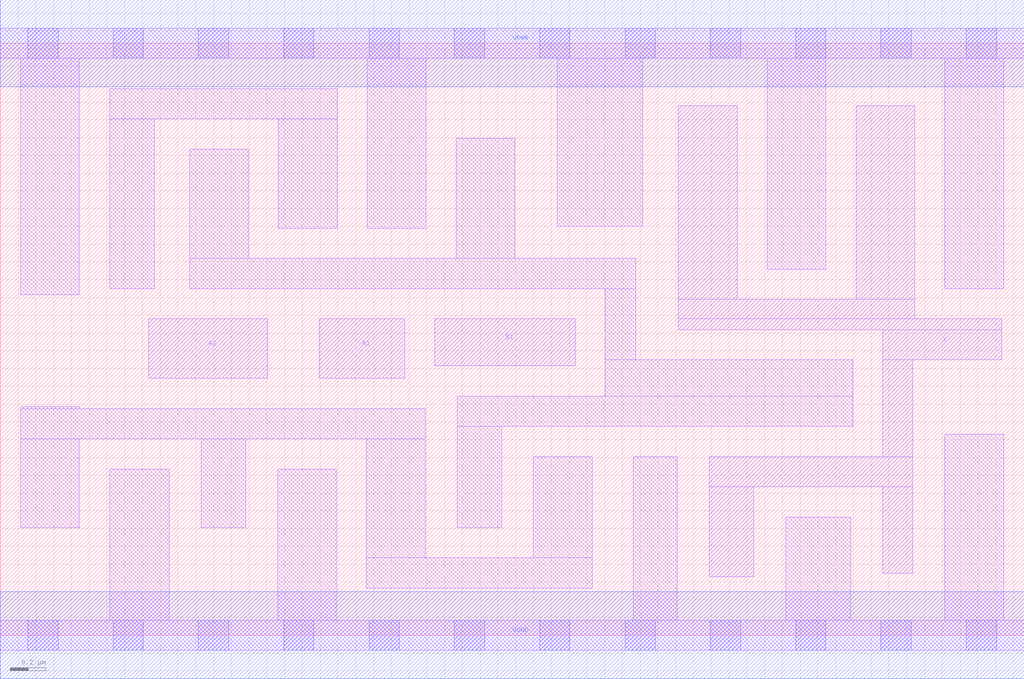
<source format=lef>
# Copyright 2020 The SkyWater PDK Authors
#
# Licensed under the Apache License, Version 2.0 (the "License");
# you may not use this file except in compliance with the License.
# You may obtain a copy of the License at
#
#     https://www.apache.org/licenses/LICENSE-2.0
#
# Unless required by applicable law or agreed to in writing, software
# distributed under the License is distributed on an "AS IS" BASIS,
# WITHOUT WARRANTIES OR CONDITIONS OF ANY KIND, either express or implied.
# See the License for the specific language governing permissions and
# limitations under the License.
#
# SPDX-License-Identifier: Apache-2.0

VERSION 5.7 ;
  NOWIREEXTENSIONATPIN ON ;
  DIVIDERCHAR "/" ;
  BUSBITCHARS "[]" ;
UNITS
  DATABASE MICRONS 200 ;
END UNITS
MACRO sky130_fd_sc_hs__o21a_4
  CLASS CORE ;
  FOREIGN sky130_fd_sc_hs__o21a_4 ;
  ORIGIN  0.000000  0.000000 ;
  SIZE  5.760000 BY  3.330000 ;
  SYMMETRY X Y ;
  SITE unit ;
  PIN A1
    ANTENNAGATEAREA  0.492000 ;
    DIRECTION INPUT ;
    USE SIGNAL ;
    PORT
      LAYER li1 ;
        RECT 1.795000 1.445000 2.275000 1.780000 ;
    END
  END A1
  PIN A2
    ANTENNAGATEAREA  0.492000 ;
    DIRECTION INPUT ;
    USE SIGNAL ;
    PORT
      LAYER li1 ;
        RECT 0.835000 1.445000 1.505000 1.780000 ;
    END
  END A2
  PIN B1
    ANTENNAGATEAREA  0.444000 ;
    DIRECTION INPUT ;
    USE SIGNAL ;
    PORT
      LAYER li1 ;
        RECT 2.445000 1.515000 3.235000 1.780000 ;
    END
  END B1
  PIN X
    ANTENNADIFFAREA  1.086400 ;
    DIRECTION OUTPUT ;
    USE SIGNAL ;
    PORT
      LAYER li1 ;
        RECT 3.815000 1.720000 5.635000 1.780000 ;
        RECT 3.815000 1.780000 5.145000 1.890000 ;
        RECT 3.815000 1.890000 4.145000 2.980000 ;
        RECT 3.990000 0.330000 4.240000 0.835000 ;
        RECT 3.990000 0.835000 5.135000 1.005000 ;
        RECT 4.815000 1.890000 5.145000 2.980000 ;
        RECT 4.965000 0.350000 5.135000 0.835000 ;
        RECT 4.965000 1.005000 5.135000 1.550000 ;
        RECT 4.965000 1.550000 5.635000 1.720000 ;
    END
  END X
  PIN VGND
    DIRECTION INOUT ;
    USE GROUND ;
    PORT
      LAYER met1 ;
        RECT 0.000000 -0.245000 5.760000 0.245000 ;
    END
  END VGND
  PIN VPWR
    DIRECTION INOUT ;
    USE POWER ;
    PORT
      LAYER met1 ;
        RECT 0.000000 3.085000 5.760000 3.575000 ;
    END
  END VPWR
  OBS
    LAYER li1 ;
      RECT 0.000000 -0.085000 5.760000 0.085000 ;
      RECT 0.000000  3.245000 5.760000 3.415000 ;
      RECT 0.115000  0.605000 0.445000 1.105000 ;
      RECT 0.115000  1.105000 2.390000 1.275000 ;
      RECT 0.115000  1.275000 0.445000 1.285000 ;
      RECT 0.115000  1.915000 0.445000 3.245000 ;
      RECT 0.615000  0.085000 0.950000 0.935000 ;
      RECT 0.615000  1.950000 0.865000 2.905000 ;
      RECT 0.615000  2.905000 1.895000 3.075000 ;
      RECT 1.065000  1.950000 3.575000 2.120000 ;
      RECT 1.065000  2.120000 1.395000 2.735000 ;
      RECT 1.130000  0.605000 1.380000 1.105000 ;
      RECT 1.560000  0.085000 1.890000 0.935000 ;
      RECT 1.565000  2.290000 1.895000 2.905000 ;
      RECT 2.060000  0.265000 3.330000 0.435000 ;
      RECT 2.060000  0.435000 2.390000 1.105000 ;
      RECT 2.065000  2.290000 2.395000 3.245000 ;
      RECT 2.565000  2.120000 2.895000 2.795000 ;
      RECT 2.570000  0.605000 2.820000 1.175000 ;
      RECT 2.570000  1.175000 4.795000 1.345000 ;
      RECT 3.000000  0.435000 3.330000 1.005000 ;
      RECT 3.135000  2.300000 3.615000 3.245000 ;
      RECT 3.405000  1.345000 4.795000 1.550000 ;
      RECT 3.405000  1.550000 3.575000 1.950000 ;
      RECT 3.560000  0.085000 3.810000 1.005000 ;
      RECT 4.315000  2.060000 4.645000 3.245000 ;
      RECT 4.420000  0.085000 4.785000 0.665000 ;
      RECT 5.315000  0.085000 5.645000 1.130000 ;
      RECT 5.315000  1.950000 5.645000 3.245000 ;
    LAYER mcon ;
      RECT 0.155000 -0.085000 0.325000 0.085000 ;
      RECT 0.155000  3.245000 0.325000 3.415000 ;
      RECT 0.635000 -0.085000 0.805000 0.085000 ;
      RECT 0.635000  3.245000 0.805000 3.415000 ;
      RECT 1.115000 -0.085000 1.285000 0.085000 ;
      RECT 1.115000  3.245000 1.285000 3.415000 ;
      RECT 1.595000 -0.085000 1.765000 0.085000 ;
      RECT 1.595000  3.245000 1.765000 3.415000 ;
      RECT 2.075000 -0.085000 2.245000 0.085000 ;
      RECT 2.075000  3.245000 2.245000 3.415000 ;
      RECT 2.555000 -0.085000 2.725000 0.085000 ;
      RECT 2.555000  3.245000 2.725000 3.415000 ;
      RECT 3.035000 -0.085000 3.205000 0.085000 ;
      RECT 3.035000  3.245000 3.205000 3.415000 ;
      RECT 3.515000 -0.085000 3.685000 0.085000 ;
      RECT 3.515000  3.245000 3.685000 3.415000 ;
      RECT 3.995000 -0.085000 4.165000 0.085000 ;
      RECT 3.995000  3.245000 4.165000 3.415000 ;
      RECT 4.475000 -0.085000 4.645000 0.085000 ;
      RECT 4.475000  3.245000 4.645000 3.415000 ;
      RECT 4.955000 -0.085000 5.125000 0.085000 ;
      RECT 4.955000  3.245000 5.125000 3.415000 ;
      RECT 5.435000 -0.085000 5.605000 0.085000 ;
      RECT 5.435000  3.245000 5.605000 3.415000 ;
  END
END sky130_fd_sc_hs__o21a_4
END LIBRARY

</source>
